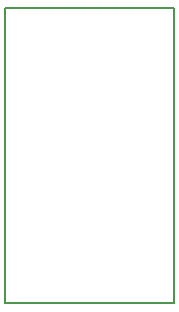
<source format=gko>
%FSLAX42Y42*%
%MOMM*%
G71*
G01*
G75*
G04 Layer_Color=16711935*
%ADD10R,2.00X2.50*%
%ADD11R,5.59X7.62*%
%ADD12R,2.00X2.54*%
%ADD13R,1.50X1.25*%
%ADD14R,0.90X0.90*%
%ADD15R,0.90X1.25*%
%ADD16C,0.50*%
%ADD17C,2.50*%
%ADD18C,2.00*%
%ADD19R,5.80X4.20*%
%ADD20R,3.90X2.20*%
%ADD21R,2.70X3.50*%
%ADD22R,4.40X3.80*%
%ADD23R,6.00X3.40*%
%ADD24C,3.00*%
%ADD25R,2.50X2.50*%
%ADD26C,3.40*%
%ADD27C,3.30*%
%ADD28R,2.20X2.70*%
%ADD29R,5.79X7.82*%
%ADD30R,2.20X2.74*%
%ADD31R,1.70X1.45*%
%ADD32R,1.10X1.10*%
%ADD33R,1.10X1.45*%
%ADD34C,3.20*%
%ADD35R,2.70X2.70*%
%ADD36C,3.60*%
%ADD37C,3.50*%
%ADD38C,0.20*%
D38*
X10818Y7520D02*
Y10020D01*
X9390D02*
X10818D01*
X9390Y7520D02*
X10818D01*
X9390D02*
Y10020D01*
M02*

</source>
